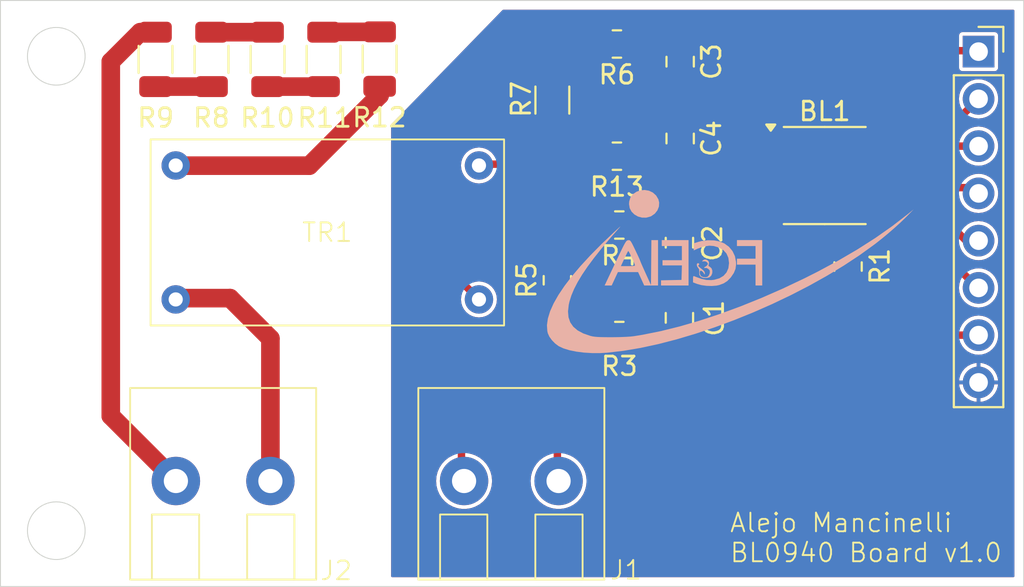
<source format=kicad_pcb>
(kicad_pcb (version 20240108) (generator "pcbnew") (generator_version "8.0")
  (layers (0 "F.Cu" signal) (31 "B.Cu" signal) (34 "B.Paste" user) (35 "F.Paste" user) (36 "B.SilkS" user "B.Silkscreen") (37 "F.SilkS" user "F.Silkscreen") (38 "B.Mask" user) (39 "F.Mask" user) (44 "Edge.Cuts" user))
  (net 0 "")
  (net 1 "/SS")
  (net 2 "/VP")
  (net 3 "/IN1")
  (net 4 "/VN")
  (net 6 "/IP1")
  (net 8 "+3.3V")
  (net 9 "/SDI{slash}MOSI")
  (net 10 "/ZX")
  (net 11 "/SCLK")
  (net 12 "/CF")
  (net 13 "GND")
  (net 14 "/SDO{slash}MISO")
  (net 15 "Net-(J1-Pin_2)")
  (net 16 "Net-(J1-Pin_1)")
  (net 17 "LINE")
  (net 18 "NEUT")
  (net 19 "Net-(R11-Pad2)")
  (net 20 "Net-(R10-Pad2)")
  (net 21 "Net-(R6-Pad2)")
  (net 22 "Net-(R13-Pad2)")
  (net 23 "Net-(R10-Pad1)")
  (net 24 "Net-(R8-Pad2)")
  (net 25 "Net-(R12-Pad1)")
  (net 26 "Net-(R3-Pad2)")
  (net 27 "Net-(R4-Pad2)")
  (footprint "Capacitor_SMD:C_0805_2012Metric" (layer "F.Cu") (at 58.295 26.44 -90)
    (property "Reference" "C4" (at 0 -1.68 90) (layer "F.SilkS"))
    (property "Value" "33nF" (hide yes))
    (fp_line (start -0.261252 0.735) (end 0.261252 0.735) (stroke (width 0.12)) (layer "F.SilkS"))
    (fp_line (start -0.261252 -0.735) (end 0.261252 -0.735) (stroke (width 0.12)) (layer "F.SilkS"))
    (pad "1" smd roundrect (at -0.95 0 270) (size 1 1.45) (layers "F.Cu" "F.Paste" "F.Mask") (net 13 "GND"))
    (pad "2" smd roundrect (at 0.95 0 270) (size 1 1.45) (layers "F.Cu" "F.Paste" "F.Mask") (net 4 "/VN"))
  )
  (footprint "Package_SO:TSSOP-14_4.4x5mm_P0.65mm" (layer "F.Cu") (at 66.065 28.43)
    (property "Reference" "BL1" (at 0 -3.45 0) (layer "F.SilkS"))
    (property "Value" "~")
    (fp_line (start 0 -2.61) (end -2.2 -2.61) (stroke (width 0.12)) (layer "F.SilkS"))
    (fp_line (start 0 -2.61) (end 2.2 -2.61) (stroke (width 0.12)) (layer "F.SilkS"))
    (fp_line (start 0 2.61) (end -2.2 2.61) (stroke (width 0.12)) (layer "F.SilkS"))
    (fp_line (start 0 2.61) (end 2.2 2.61) (stroke (width 0.12)) (layer "F.SilkS"))
    (fp_poly (pts (xy -2.9 -2.41) (xy -3.14 -2.74) (xy -2.66 -2.74) (xy -2.9 -2.41)) (stroke (width 0.12)) (fill solid) (layer "F.SilkS"))
    (pad "1" smd roundrect (at -2.8625 -1.95) (size 1.475 0.4) (layers "F.Cu" "F.Paste" "F.Mask") (net 8 "+3.3V"))
    (pad "2" smd roundrect (at -2.8625 -1.3) (size 1.475 0.4) (layers "F.Cu" "F.Paste" "F.Mask"))
    (pad "3" smd roundrect (at -2.8625 -0.65) (size 1.475 0.4) (layers "F.Cu" "F.Paste" "F.Mask") (net 6 "/IP1"))
    (pad "4" smd roundrect (at -2.8625 0) (size 1.475 0.4) (layers "F.Cu" "F.Paste" "F.Mask") (net 3 "/IN1"))
    (pad "5" smd roundrect (at -2.8625 0.65) (size 1.475 0.4) (layers "F.Cu" "F.Paste" "F.Mask") (net 2 "/VP"))
    (pad "6" smd roundrect (at -2.8625 1.3) (size 1.475 0.4) (layers "F.Cu" "F.Paste" "F.Mask") (net 4 "/VN"))
    (pad "7" smd roundrect (at -2.8625 1.95) (size 1.475 0.4) (layers "F.Cu" "F.Paste" "F.Mask") (net 13 "GND"))
    (pad "8" smd roundrect (at 2.8625 1.95) (size 1.475 0.4) (layers "F.Cu" "F.Paste" "F.Mask") (net 10 "/ZX"))
    (pad "9" smd roundrect (at 2.8625 1.3) (size 1.475 0.4) (layers "F.Cu" "F.Paste" "F.Mask") (net 12 "/CF"))
    (pad "10" smd roundrect (at 2.8625 0.65) (size 1.475 0.4) (layers "F.Cu" "F.Paste" "F.Mask") (net 1 "/SS"))
    (pad "11" smd roundrect (at 2.8625 0) (size 1.475 0.4) (layers "F.Cu" "F.Paste" "F.Mask") (net 11 "/SCLK"))
    (pad "12" smd roundrect (at 2.8625 -0.65) (size 1.475 0.4) (layers "F.Cu" "F.Paste" "F.Mask") (net 9 "/SDI{slash}MOSI"))
    (pad "13" smd roundrect (at 2.8625 -1.3) (size 1.475 0.4) (layers "F.Cu" "F.Paste" "F.Mask") (net 14 "/SDO{slash}MISO"))
    (pad "14" smd roundrect (at 2.8625 -1.95) (size 1.475 0.4) (layers "F.Cu" "F.Paste" "F.Mask"))
  )
  (footprint "Resistor_SMD:R_0805_2012Metric" (layer "F.Cu") (at 54.895 21.36 180)
    (property "Reference" "R6" (at 0 -1.65 180) (layer "F.SilkS"))
    (property "Value" "1.0K" (hide yes))
    (fp_line (start -0.227064 0.735) (end 0.227064 0.735) (stroke (width 0.12)) (layer "F.SilkS"))
    (fp_line (start -0.227064 -0.735) (end 0.227064 -0.735) (stroke (width 0.12)) (layer "F.SilkS"))
    (pad "1" smd roundrect (at -0.9125 0 180) (size 1.025 1.4) (layers "F.Cu" "F.Paste" "F.Mask") (roundrect_rratio 0.243902439) (net 2 "/VP"))
    (pad "2" smd roundrect (at 0.9125 0 180) (size 1.025 1.4) (layers "F.Cu" "F.Paste" "F.Mask") (roundrect_rratio 0.243902439) (net 21 "Net-(R6-Pad2)"))
  )
  (footprint "Resistor_SMD:R_1206_3216Metric" (layer "F.Cu") (at 30.094318 22.1875 90)
    (property "Reference" "R9" (at -3.1425 0.01 0) (layer "F.SilkS"))
    (property "Value" "20K" (hide yes))
    (fp_line (start -0.727064 -0.91) (end 0.727064 -0.91) (stroke (width 0.12)) (layer "F.SilkS"))
    (fp_line (start -0.727064 0.91) (end 0.727064 0.91) (stroke (width 0.12)) (layer "F.SilkS"))
    (pad "1" smd roundrect (at -1.4625 0 90) (size 1.125 1.75) (layers "F.Cu" "F.Paste" "F.Mask") (roundrect_rratio 0.2222222222) (net 24 "Net-(R8-Pad2)"))
    (pad "2" smd roundrect (at 1.4625 0 90) (size 1.125 1.75) (layers "F.Cu" "F.Paste" "F.Mask") (roundrect_rratio 0.2222222222) (net 18 "NEUT"))
  )
  (footprint "Resistor_SMD:R_1206_3216Metric" (layer "F.Cu") (at 42.139999 22.17 90)
    (property "Reference" "R12" (at -3.1425 -0.01 0) (layer "F.SilkS"))
    (property "Value" "20K" (hide yes))
    (fp_line (start -0.727064 -0.91) (end 0.727064 -0.91) (stroke (width 0.12)) (layer "F.SilkS"))
    (fp_line (start -0.727064 0.91) (end 0.727064 0.91) (stroke (width 0.12)) (layer "F.SilkS"))
    (pad "1" smd roundrect (at -1.4625 0 90) (size 1.125 1.75) (layers "F.Cu" "F.Paste" "F.Mask") (roundrect_rratio 0.2222222222) (net 25 "Net-(R12-Pad1)"))
    (pad "2" smd roundrect (at 1.4625 0 90) (size 1.125 1.75) (layers "F.Cu" "F.Paste" "F.Mask") (roundrect_rratio 0.2222222222) (net 19 "Net-(R11-Pad2)"))
  )
  (footprint "Resistor_SMD:R_1206_3216Metric" (layer "F.Cu") (at 33.105738 22.1875 -90)
    (property "Reference" "R8" (at 3.1425 0.0075 180) (layer "F.SilkS"))
    (property "Value" "20K" (hide yes))
    (fp_line (start -0.727064 0.91) (end 0.727064 0.91) (stroke (width 0.12)) (layer "F.SilkS"))
    (fp_line (start -0.727064 -0.91) (end 0.727064 -0.91) (stroke (width 0.12)) (layer "F.SilkS"))
    (pad "1" smd roundrect (at -1.4625 0 270) (size 1.125 1.75) (layers "F.Cu" "F.Paste" "F.Mask") (roundrect_rratio 0.2222222222) (net 23 "Net-(R10-Pad1)"))
    (pad "2" smd roundrect (at 1.4625 0 270) (size 1.125 1.75) (layers "F.Cu" "F.Paste" "F.Mask") (roundrect_rratio 0.2222222222) (net 24 "Net-(R8-Pad2)"))
  )
  (footprint "1_Custom_Library:1x2P_5.00_Screw_Terminal_Block" (layer "F.Cu") (at 48.43 45 90)
    (property "Reference" "J1" (at -4.64 6.96 0) (layer "F.SilkS") (effects (font (thickness 0.1))))
    (property "Value" "~")
    (fp_rect (start -5.15 -4.21) (end 5.15 5.79) (stroke (width 0.1)) (fill none) (layer "F.SilkS"))
    (fp_rect (start -5.15 -3.04) (end -1.65 -0.5) (stroke (width 0.1)) (fill none) (layer "F.SilkS"))
    (fp_rect (start -5.15 2.08) (end -1.65 4.62) (stroke (width 0.1)) (fill none) (layer "F.SilkS"))
    (pad "1" thru_hole circle (at 0.15 -1.75 90) (size 2.6 2.6) (drill 1.3) (layers "*.Cu" "*.Mask") (net 16 "Net-(J1-Pin_1)"))
    (pad "2" thru_hole circle (at 0.15 3.33 90) (size 2.6 2.6) (drill 1.3) (layers "*.Cu" "*.Mask") (net 15 "Net-(J1-Pin_2)"))
  )
  (footprint "Resistor_SMD:R_1206_3216Metric" (layer "F.Cu") (at 51.425 24.375 -90)
    (property "Reference" "R7" (at -0.045 1.675 90) (layer "F.SilkS"))
    (property "Value" "24.9" (hide yes))
    (fp_line (start -0.727064 0.91) (end 0.727064 0.91) (stroke (width 0.12)) (layer "F.SilkS"))
    (fp_line (start -0.727064 -0.91) (end 0.727064 -0.91) (stroke (width 0.12)) (layer "F.SilkS"))
    (pad "1" smd roundrect (at -1.4625 0 270) (size 1.125 1.75) (layers "F.Cu" "F.Paste" "F.Mask") (roundrect_rratio 0.2222222222) (net 21 "Net-(R6-Pad2)"))
    (pad "2" smd roundrect (at 1.4625 0 270) (size 1.125 1.75) (layers "F.Cu" "F.Paste" "F.Mask") (roundrect_rratio 0.2222222222) (net 22 "Net-(R13-Pad2)"))
  )
  (footprint "Capacitor_SMD:C_0805_2012Metric" (layer "F.Cu") (at 58.255 36.08 90)
    (property "Reference" "C1" (at -0.02 1.865 -90) (layer "F.SilkS"))
    (property "Value" "33nF" (hide yes))
    (fp_line (start -0.261252 -0.735) (end 0.261252 -0.735) (stroke (width 0.12)) (layer "F.SilkS"))
    (fp_line (start -0.261252 0.735) (end 0.261252 0.735) (stroke (width 0.12)) (layer "F.SilkS"))
    (pad "1" smd roundrect (at -0.95 0 90) (size 1 1.45) (layers "F.Cu" "F.Paste" "F.Mask") (net 6 "/IP1"))
    (pad "2" smd roundrect (at 0.95 0 90) (size 1 1.45) (layers "F.Cu" "F.Paste" "F.Mask") (net 13 "GND"))
  )
  (footprint "Resistor_SMD:R_0805_2012Metric" (layer "F.Cu") (at 67.32 33.3225 90)
    (property "Reference" "R1" (at 0.0125 1.71 -90) (layer "F.SilkS"))
    (property "Value" "10K")
    (fp_line (start -0.227064 -0.735) (end 0.227064 -0.735) (stroke (width 0.12)) (layer "F.SilkS"))
    (fp_line (start -0.227064 0.735) (end 0.227064 0.735) (stroke (width 0.12)) (layer "F.SilkS"))
    (pad "1" smd roundrect (at -0.9125 0 90) (size 1.025 1.4) (layers "F.Cu" "F.Paste" "F.Mask") (roundrect_rratio 0.243902439) (net 8 "+3.3V"))
    (pad "2" smd roundrect (at 0.9125 0 90) (size 1.025 1.4) (layers "F.Cu" "F.Paste" "F.Mask") (roundrect_rratio 0.243902439) (net 14 "/SDO{slash}MISO"))
  )
  (footprint "Resistor_SMD:R_0805_2012Metric" (layer "F.Cu") (at 55.025 37.03 180)
    (property "Reference" "R3" (at 0 -1.65 180) (layer "F.SilkS"))
    (property "Value" "1.0K" (hide yes))
    (fp_line (start -0.227064 0.735) (end 0.227064 0.735) (stroke (width 0.12)) (layer "F.SilkS"))
    (fp_line (start -0.227064 -0.735) (end 0.227064 -0.735) (stroke (width 0.12)) (layer "F.SilkS"))
    (pad "1" smd roundrect (at -0.9125 0 180) (size 1.025 1.4) (layers "F.Cu" "F.Paste" "F.Mask") (roundrect_rratio 0.243902439) (net 6 "/IP1"))
    (pad "2" smd roundrect (at 0.9125 0 180) (size 1.025 1.4) (layers "F.Cu" "F.Paste" "F.Mask") (roundrect_rratio 0.243902439) (net 26 "Net-(R3-Pad2)"))
  )
  (footprint "Resistor_SMD:R_0805_2012Metric" (layer "F.Cu") (at 51.695 34.06 90)
    (property "Reference" "R5" (at 0 -1.65 -90) (layer "F.SilkS"))
    (property "Value" "3.3" (hide yes))
    (fp_line (start -0.227064 -0.735) (end 0.227064 -0.735) (stroke (width 0.12)) (layer "F.SilkS"))
    (fp_line (start -0.227064 0.735) (end 0.227064 0.735) (stroke (width 0.12)) (layer "F.SilkS"))
    (pad "1" smd roundrect (at -0.9125 0 90) (size 1.025 1.4) (layers "F.Cu" "F.Paste" "F.Mask") (roundrect_rratio 0.243902439) (net 26 "Net-(R3-Pad2)"))
    (pad "2" smd roundrect (at 0.9125 0 90) (size 1.025 1.4) (layers "F.Cu" "F.Paste" "F.Mask") (roundrect_rratio 0.243902439) (net 27 "Net-(R4-Pad2)"))
  )
  (footprint "Resistor_SMD:R_1206_3216Metric" (layer "F.Cu") (at 36.117158 22.1875 -90)
    (property "Reference" "R10" (at 3.1425 0.005 180) (layer "F.SilkS"))
    (property "Value" "20K" (hide yes))
    (fp_line (start -0.727064 0.91) (end 0.727064 0.91) (stroke (width 0.12)) (layer "F.SilkS"))
    (fp_line (start -0.727064 -0.91) (end 0.727064 -0.91) (stroke (width 0.12)) (layer "F.SilkS"))
    (pad "1" smd roundrect (at -1.4625 0 270) (size 1.125 1.75) (layers "F.Cu" "F.Paste" "F.Mask") (roundrect_rratio 0.2222222222) (net 23 "Net-(R10-Pad1)"))
    (pad "2" smd roundrect (at 1.4625 0 270) (size 1.125 1.75) (layers "F.Cu" "F.Paste" "F.Mask") (roundrect_rratio 0.2222222222) (net 20 "Net-(R10-Pad2)"))
  )
  (footprint "Resistor_SMD:R_0805_2012Metric" (layer "F.Cu") (at 55.025 31.09 180)
    (property "Reference" "R4" (at 0 -1.65 180) (layer "F.SilkS"))
    (property "Value" "1.0K" (hide yes))
    (fp_line (start -0.227064 0.735) (end 0.227064 0.735) (stroke (width 0.12)) (layer "F.SilkS"))
    (fp_line (start -0.227064 -0.735) (end 0.227064 -0.735) (stroke (width 0.12)) (layer "F.SilkS"))
    (pad "1" smd roundrect (at -0.9125 0 180) (size 1.025 1.4) (layers "F.Cu" "F.Paste" "F.Mask") (roundrect_rratio 0.243902439) (net 3 "/IN1"))
    (pad "2" smd roundrect (at 0.9125 0 180) (size 1.025 1.4) (layers "F.Cu" "F.Paste" "F.Mask") (roundrect_rratio 0.243902439) (net 27 "Net-(R4-Pad2)"))
  )
  (footprint "1_Custom_Library:1x2P_5.00_Screw_Terminal_Block" (layer "F.Cu") (at 32.94 45 90)
    (property "Reference" "J2" (at -4.67 6.87 0) (layer "F.SilkS") (effects (font (thickness 0.1))))
    (property "Value" "~")
    (fp_rect (start -5.15 -4.21) (end 5.15 5.79) (stroke (width 0.1)) (fill none) (layer "F.SilkS"))
    (fp_rect (start -5.15 -3.04) (end -1.65 -0.5) (stroke (width 0.1)) (fill none) (layer "F.SilkS"))
    (fp_rect (start -5.15 2.08) (end -1.65 4.62) (stroke (width 0.1)) (fill none) (layer "F.SilkS"))
    (pad "1" thru_hole circle (at 0.15 -1.75 90) (size 2.6 2.6) (drill 1.3) (layers "*.Cu" "*.Mask") (net 18 "NEUT"))
    (pad "2" thru_hole circle (at 0.15 3.33 90) (size 2.6 2.6) (drill 1.3) (layers "*.Cu" "*.Mask") (net 17 "LINE"))
  )
  (footprint "Capacitor_SMD:C_0805_2012Metric" (layer "F.Cu") (at 58.295 22.31 -90)
    (property "Reference" "C3" (at 0 -1.68 90) (layer "F.SilkS"))
    (property "Value" "33nF" (hide yes))
    (fp_line (start -0.261252 0.735) (end 0.261252 0.735) (stroke (width 0.12)) (layer "F.SilkS"))
    (fp_line (start -0.261252 -0.735) (end 0.261252 -0.735) (stroke (width 0.12)) (layer "F.SilkS"))
    (pad "1" smd roundrect (at -0.95 0 270) (size 1 1.45) (layers "F.Cu" "F.Paste" "F.Mask") (net 2 "/VP"))
    (pad "2" smd roundrect (at 0.95 0 270) (size 1 1.45) (layers "F.Cu" "F.Paste" "F.Mask") (net 13 "GND"))
  )
  (footprint "1_Custom_Library:ZMPT107-1" (layer "F.Cu") (at 39.33 31.79)
    (property "Reference" "TR1" (at 0 -0.3 0) (layer "F.SilkS") (effects (font (thickness 0.1))))
    (property "Value" "ZMPT107-1" (hide yes))
    (fp_rect (start -9.5 -5.3) (end 9.5 4.7) (stroke (width 0.1)) (fill none) (layer "F.SilkS"))
    (pad "1" thru_hole circle (at -8.15 3.3) (size 1.524 1.524) (drill 0.762) (layers "*.Cu" "*.Mask") (net 17 "LINE"))
    (pad "2" thru_hole circle (at -8.15 -3.9) (size 1.524 1.524) (drill 0.762) (layers "*.Cu" "*.Mask") (net 25 "Net-(R12-Pad1)"))
    (pad "3" thru_hole circle (at 8.15 3.3) (size 1.524 1.524) (drill 0.762) (layers "*.Cu" "*.Mask") (net 21 "Net-(R6-Pad2)"))
    (pad "4" thru_hole circle (at 8.15 -3.9) (size 1.524 1.524) (drill 0.762) (layers "*.Cu" "*.Mask") (net 22 "Net-(R13-Pad2)"))
  )
  (footprint "Resistor_SMD:R_0805_2012Metric" (layer "F.Cu") (at 54.895 27.39 180)
    (property "Reference" "R13" (at 0 -1.65 180) (layer "F.SilkS"))
    (property "Value" "1.0K" (hide yes))
    (fp_line (start -0.227064 0.735) (end 0.227064 0.735) (stroke (width 0.12)) (layer "F.SilkS"))
    (fp_line (start -0.227064 -0.735) (end 0.227064 -0.735) (stroke (width 0.12)) (layer "F.SilkS"))
    (pad "1" smd roundrect (at -0.9125 0 180) (size 1.025 1.4) (layers "F.Cu" "F.Paste" "F.Mask") (roundrect_rratio 0.243902439) (net 4 "/VN"))
    (pad "2" smd roundrect (at 0.9125 0 180) (size 1.025 1.4) (layers "F.Cu" "F.Paste" "F.Mask") (roundrect_rratio 0.243902439) (net 22 "Net-(R13-Pad2)"))
  )
  (footprint "Resistor_SMD:R_1206_3216Metric" (layer "F.Cu") (at 39.128578 22.1875 90)
    (property "Reference" "R11" (at -3.1425 0.0575 0) (layer "F.SilkS"))
    (property "Value" "20K" (hide yes))
    (fp_line (start -0.727064 -0.91) (end 0.727064 -0.91) (stroke (width 0.12)) (layer "F.SilkS"))
    (fp_line (start -0.727064 0.91) (end 0.727064 0.91) (stroke (width 0.12)) (layer "F.SilkS"))
    (pad "1" smd roundrect (at -1.4625 0 90) (size 1.125 1.75) (layers "F.Cu" "F.Paste" "F.Mask") (roundrect_rratio 0.2222222222) (net 20 "Net-(R10-Pad2)"))
    (pad "2" smd roundrect (at 1.4625 0 90) (size 1.125 1.75) (layers "F.Cu" "F.Paste" "F.Mask") (roundrect_rratio 0.2222222222) (net 19 "Net-(R11-Pad2)"))
  )
  (footprint "Connector_PinSocket_2.54mm:PinSocket_1x08_P2.54mm_Vertical" (layer "F.Cu") (at 74.335 21.77)
    (property "Reference" "J3" (hide yes))
    (property "Value" "~")
    (fp_line (start -1.33 1.27) (end -1.33 19.11) (stroke (width 0.12)) (layer "F.SilkS"))
    (fp_line (start -1.33 1.27) (end 1.33 1.27) (stroke (width 0.12)) (layer "F.SilkS"))
    (fp_line (start -1.33 19.11) (end 1.33 19.11) (stroke (width 0.12)) (layer "F.SilkS"))
    (fp_line (start 0 -1.33) (end 1.33 -1.33) (stroke (width 0.12)) (layer "F.SilkS"))
    (fp_line (start 1.33 -1.33) (end 1.33 0) (stroke (width 0.12)) (layer "F.SilkS"))
    (fp_line (start 1.33 1.27) (end 1.33 19.11) (stroke (width 0.12)) (layer "F.SilkS"))
    (pad "1" thru_hole rect (at 0 0) (size 1.7 1.7) (drill 1) (layers "*.Cu" "*.Mask") (net 14 "/SDO{slash}MISO"))
    (pad "2" thru_hole oval (at 0 2.54) (size 1.7 1.7) (drill 1) (layers "*.Cu" "*.Mask") (net 9 "/SDI{slash}MOSI"))
    (pad "3" thru_hole oval (at 0 5.08) (size 1.7 1.7) (drill 1) (layers "*.Cu" "*.Mask") (net 11 "/SCLK"))
    (pad "4" thru_hole oval (at 0 7.62) (size 1.7 1.7) (drill 1) (layers "*.Cu" "*.Mask") (net 1 "/SS"))
    (pad "5" thru_hole oval (at 0 10.16) (size 1.7 1.7) (drill 1) (layers "*.Cu" "*.Mask") (net 12 "/CF"))
    (pad "6" thru_hole oval (at 0 12.7) (size 1.7 1.7) (drill 1) (layers "*.Cu" "*.Mask") (net 10 "/ZX"))
    (pad "7" thru_hole oval (at 0 15.24) (size 1.7 1.7) (drill 1) (layers "*.Cu" "*.Mask") (net 8 "+3.3V"))
    (pad "8" thru_hole oval (at 0 17.78) (size 1.7 1.7) (drill 1) (layers "*.Cu" "*.Mask") (net 13 "GND"))
  )
  (footprint "Capacitor_SMD:C_0805_2012Metric" (layer "F.Cu") (at 58.255 32.04 90)
    (property "Reference" "C2" (at -0.03 1.775 -90) (layer "F.SilkS"))
    (property "Value" "33nF" (hide yes))
    (fp_line (start -0.261252 -0.735) (end 0.261252 -0.735) (stroke (width 0.12)) (layer "F.SilkS"))
    (fp_line (start -0.261252 0.735) (end 0.261252 0.735) (stroke (width 0.12)) (layer "F.SilkS"))
    (pad "1" smd roundrect (at -0.95 0 90) (size 1 1.45) (layers "F.Cu" "F.Paste" "F.Mask") (net 13 "GND"))
    (pad "2" smd roundrect (at 0.95 0 90) (size 1 1.45) (layers "F.Cu" "F.Paste" "F.Mask") (net 3 "/IN1"))
  )
  (footprint "Graphics:fceia_logo_chico" (layer "B.Cu") (at 61.106367 33.940311 180)
    (property "Reference" "G***" (hide yes))
    (property "Value" "LOGO" (hide yes))
    (fp_poly (pts (xy -0.24 1.88) (xy -0.24 1.72) (xy -0.74 1.72) (xy -1.24 1.72) (xy -1.24 1.38) (xy -1.24 1.04) (xy -0.74 1.04) (xy -0.24 1.04) (xy -0.24 0.88) (xy -0.24 0.72) (xy -0.74 0.72) (xy -1.24 0.72) (xy -1.24 0.16) (xy -1.24 -0.4) (xy -1.42 -0.4) (xy -1.6 -0.4) (xy -1.6 0.82) (xy -1.6 2.04) (xy -0.92 2.04) (xy -0.24 2.04)) (fill solid) (layer "B.SilkS"))
    (fp_poly (pts (xy 4.967211 4.709322) (xy 5.16 4.638119) (xy 5.357301 4.503717) (xy 5.486457 4.330318) (xy 5.550898 4.1122) (xy 5.56 3.970911) (xy 5.52366 3.754891) (xy 5.423226 3.567628) (xy 5.271573 3.41607) (xy 5.081576 3.307167) (xy 4.86611 3.247866) (xy 4.638051 3.245116) (xy 4.410273 3.305866) (xy 4.365671 3.326354) (xy 4.172941 3.460397) (xy 4.033165 3.637301) (xy 3.95296 3.841466) (xy 3.938943 4.057295) (xy 3.981493 4.232069) (xy 4.104073 4.438648) (xy 4.278086 4.594539) (xy 4.48938 4.694865) (xy 4.723806 4.734751)) (fill solid) (layer "B.SilkS"))
    (fp_poly (pts (xy 3.8 1.88) (xy 3.8 1.72) (xy 3.26 1.72) (xy 2.72 1.72) (xy 2.72 1.34) (xy 2.72 0.96) (xy 3.24 0.96) (xy 3.76 0.96) (xy 3.76 0.82) (xy 3.76 0.68) (xy 3.238551 0.68) (xy 2.717103 0.68) (xy 2.728551 0.29) (xy 2.74 -0.1) (xy 3.29 -0.111128) (xy 3.84 -0.122257) (xy 3.84 -0.261128) (xy 3.84 -0.4) (xy 3.1 -0.4) (xy 2.36 -0.4) (xy 2.36 0.82) (xy 2.36 2.04) (xy 3.08 2.04) (xy 3.8 2.04)) (fill solid) (layer "B.SilkS"))
    (fp_poly (pts (xy 1.660863 1.988664) (xy 1.85 1.939199) (xy 2.08 1.865391) (xy 2.08 1.674909) (xy 2.08 1.484426) (xy 1.865767 1.582505) (xy 1.550239 1.694687) (xy 1.247368 1.738976) (xy 1.008871 1.721683) (xy 0.717289 1.635646) (xy 0.488152 1.50059) (xy 0.322458 1.317631) (xy 0.221203 1.087882) (xy 0.185383 0.812459) (xy 0.185326 0.8) (xy 0.219633 0.528936) (xy 0.31999 0.300458) (xy 0.482551 0.118239) (xy 0.70347 -0.014052) (xy 0.9789 -0.092743) (xy 1.14 -0.111111) (xy 1.39544 -0.102726) (xy 1.672446 -0.043447) (xy 1.986121 0.070193) (xy 2.05 0.097726) (xy 2.092996 0.106561) (xy 2.11373 0.072166) (xy 2.119853 -0.021915) (xy 2.12 -0.052846) (xy 2.12 -0.234252) (xy 1.89 -0.320637) (xy 1.661781 -0.382474) (xy 1.392991 -0.418609) (xy 1.115045 -0.427466) (xy 0.859361 -0.407467) (xy 0.723254 -0.379175) (xy 0.474341 -0.287649) (xy 0.275424 -0.160159) (xy 0.098433 0.021781) (xy 0.080523 0.044107) (xy -0.074122 0.272289) (xy -0.163427 0.492212) (xy -0.195279 0.727829) (xy -0.191378 0.869869) (xy -0.131567 1.176465) (xy -0.002829 1.449124) (xy 0.187844 1.679138) (xy 0.43346 1.857801) (xy 0.688052 1.965191) (xy 0.991217 2.023793) (xy 1.325479 2.031394)) (fill solid) (layer "B.SilkS"))
    (fp_poly (pts (xy 4.369413 0.832177) (xy 4.38 -0.375647) (xy 4.670304 0.262177) (xy 4.764557 0.47075) (xy 4.845997 0.653818) (xy 4.853044 0.67) (xy 5.239933 0.67) (xy 5.277057 0.657089) (xy 5.376763 0.646964) (xy 5.521648 0.641005) (xy 5.618689 0.64) (xy 5.997379 0.64) (xy 5.816489 1.03) (xy 5.739552 1.192731) (xy 5.672688 1.328376) (xy 5.624211 1.420409) (xy 5.604667 1.451133) (xy 5.580491 1.427386) (xy 5.533844 1.347282) (xy 5.472912 1.228356) (xy 5.405884 1.088141) (xy 5.340946 0.944173) (xy 5.286286 0.813987) (xy 5.250092 0.715117) (xy 5.239933 0.67) (xy 4.853044 0.67) (xy 4.909268 0.799109) (xy 4.949015 0.894347) (xy 4.960304 0.926731) (xy 4.976646 0.970323) (xy 5.021876 1.072698) (xy 5.089969 1.220662) (xy 5.174897 1.401019) (xy 5.22175 1.499135) (xy 5.322474 1.707925) (xy 5.396382 1.854944) (xy 5.451009 1.950667) (xy 5.49389 2.005573) (xy 5.532561 2.030138) (xy 5.574557 2.03484) (xy 5.605279 2.032404) (xy 5.639402 2.026641) (xy 5.671515 2.011922) (xy 5.705762 1.980953) (xy 5.746286 1.926435) (xy 5.797233 1.841072) (xy 5.862745 1.717569) (xy 5.946966 1.548626) (xy 6.054041 1.326949) (xy 6.188112 1.04524) (xy 6.299497 0.81) (xy 6.871935 -0.4) (xy 6.681769 -0.4) (xy 6.491602 -0.4) (xy 6.324339 -0.04) (xy 6.157076 0.32) (xy 5.61536 0.32) (xy 5.073643 0.32) (xy 4.909209 -0.04) (xy 4.744774 -0.4) (xy 4.372387 -0.4) (xy 4 -0.4) (xy 4 0.82) (xy 4 2.04) (xy 4.179413 2.04) (xy 4.358826 2.04)) (fill solid) (layer "B.SilkS"))
    (fp_poly (pts (xy 1.581615 0.958477) (xy 1.602087 0.937485) (xy 1.629753 0.894857) (xy 1.598575 0.890042) (xy 1.552735 0.900378) (xy 1.454741 0.895373) (xy 1.366906 0.846858) (xy 1.321262 0.774155) (xy 1.32 0.76) (xy 1.348705 0.70214) (xy 1.411706 0.637804) (xy 1.474332 0.601056) (xy 1.482857 0.6) (xy 1.518592 0.569173) (xy 1.52 0.55764) (xy 1.495984 0.532729) (xy 1.483356 0.537926) (xy 1.407319 0.544271) (xy 1.316266 0.503676) (xy 1.241717 0.434268) (xy 1.217715 0.385141) (xy 1.220494 0.266121) (xy 1.269552 0.144222) (xy 1.335988 0.070613) (xy 1.436904 0.041399) (xy 1.561956 0.050138) (xy 1.668679 0.091783) (xy 1.6938 0.11315) (xy 1.740106 0.194825) (xy 1.758634 0.28879) (xy 1.748157 0.366643) (xy 1.707447 0.399983) (xy 1.706199 0.4) (xy 1.6347 0.367848) (xy 1.558889 0.289777) (xy 1.508377 0.2) (xy 1.491984 0.187988) (xy 1.483268 0.245774) (xy 1.483157 0.249225) (xy 1.496387 0.324754) (xy 1.550067 0.399347) (xy 1.658061 0.491218) (xy 1.679901 0.50769) (xy 1.78786 0.593423) (xy 1.835899 0.647779) (xy 1.832143 0.681455) (xy 1.81906 0.690924) (xy 1.77971 0.740566) (xy 1.805337 0.785911) (xy 1.86236 0.8) (xy 1.908465 0.769599) (xy 1.917944 0.696926) (xy 1.892774 0.609783) (xy 1.844135 0.543743) (xy 1.792735 0.470516) (xy 1.784043 0.366007) (xy 1.788779 0.322188) (xy 1.779967 0.169209) (xy 1.7077 0.064172) (xy 1.57414 0.009252) (xy 1.47 0.001217) (xy 1.345929 0.011339) (xy 1.247458 0.035018) (xy 1.229999 0.043205) (xy 1.134846 0.13672) (xy 1.085206 0.263914) (xy 1.081577 0.400495) (xy 1.124458 0.522171) (xy 1.21435 0.60465) (xy 1.218416 0.606557) (xy 1.284302 0.649137) (xy 1.285976 0.707031) (xy 1.27052 0.744831) (xy 1.25929 0.845294) (xy 1.306378 0.929437) (xy 1.390191 0.984713) (xy 1.489134 0.998575)) (fill solid) (layer "B.SilkS"))
    (fp_poly (pts (xy -9.42 3.433819) (xy -8.579829 2.785002) (xy -7.678712 2.153512) (xy -6.712554 1.536806) (xy -5.677262 0.932343) (xy -4.568741 0.337579) (xy -3.86 -0.019012) (xy -2.705583 -0.565903) (xy -1.558146 -1.068981) (xy -0.423883 -1.526146) (xy 0.691015 -1.935296) (xy 1.780353 -2.294332) (xy 2.837941 -2.601153) (xy 3.857585 -2.853659) (xy 4.833092 -3.049751) (xy 5.3 -3.125634) (xy 5.476925 -3.144898) (xy 5.717379 -3.16061) (xy 6.004941 -3.172042) (xy 6.323191 -3.178469) (xy 6.52 -3.179618) (xy 6.826691 -3.178575) (xy 7.066711 -3.174576) (xy 7.253361 -3.166773) (xy 7.399941 -3.154321) (xy 7.519753 -3.136371) (xy 7.626096 -3.112078) (xy 7.64 -3.108307) (xy 8.01735 -2.978247) (xy 8.322189 -2.815097) (xy 8.555686 -2.616932) (xy 8.719007 -2.381827) (xy 8.813322 -2.107857) (xy 8.839799 -1.793098) (xy 8.799606 -1.435625) (xy 8.76057 -1.262231) (xy 8.65832 -0.935298) (xy 8.512634 -0.588312) (xy 8.320988 -0.2175) (xy 8.080857 0.180913) (xy 7.789718 0.610701) (xy 7.445047 1.075639) (xy 7.04432 1.579502) (xy 6.585013 2.126064) (xy 6.200194 2.566703) (xy 6.102142 2.677718) (xy 6.042502 2.747194) (xy 6.024842 2.772872) (xy 6.052727 2.752494) (xy 6.129724 2.683804) (xy 6.2594 2.564543) (xy 6.380194 2.452756) (xy 7.042272 1.822596) (xy 7.638529 1.219412) (xy 8.168413 0.644048) (xy 8.631371 0.097351) (xy 9.026851 -0.419834) (xy 9.354299 -0.906661) (xy 9.613164 -1.362284) (xy 9.802893 -1.785859) (xy 9.922934 -2.176538) (xy 9.972734 -2.533477) (xy 9.951741 -2.855829) (xy 9.924209 -2.972114) (xy 9.841605 -3.153034) (xy 9.704727 -3.342897) (xy 9.532815 -3.519094) (xy 9.345112 -3.659018) (xy 9.333937 -3.665667) (xy 9.080807 -3.782986) (xy 8.7627 -3.880217) (xy 8.392503 -3.955635) (xy 7.983101 -4.007514) (xy 7.547382 -4.034129) (xy 7.098233 -4.033754) (xy 6.74 -4.013038) (xy 5.865574 -3.912719) (xy 4.944499 -3.757237) (xy 3.984784 -3.549847) (xy 2.994438 -3.293802) (xy 1.981473 -2.992355) (xy 0.953898 -2.648758) (xy -0.080278 -2.266266) (xy -1.113043 -1.848131) (xy -2.136389 -1.397606) (xy -3.142305 -0.917945) (xy -4.122781 -0.4124) (xy -5.069806 0.115774) (xy -5.975372 0.663326) (xy -6.831468 1.227002) (xy -7.630085 1.803548) (xy -7.685311 1.84559) (xy -8.024946 2.113087) (xy -8.375739 2.403773) (xy -8.719545 2.701817) (xy -9.038218 2.991393) (xy -9.313613 3.25667) (xy -9.38 3.323928) (xy -9.74 3.693558)) (fill solid) (layer "B.SilkS"))
  )
  (gr_circle (center 24.76 22.02) (end 26.31 22.02) (stroke (width 0.05)) (fill none) (layer "Edge.Cuts"))
  (gr_rect (start 21.76 19.02) (end 76.76 50.52) (stroke (width 0.05)) (fill none) (layer "Edge.Cuts"))
  (gr_circle (center 24.76 47.52) (end 26.31 47.52) (stroke (width 0.05)) (fill none) (layer "Edge.Cuts"))
  (gr_text "Alejo Mancinelli\nBL0940 Board v1.0" (at 60.91 49.29 0) (layer "F.SilkS") (effects (font (size 1 1) (thickness 0.1)) (justify left bottom)))
  (segment (start 74.025 29.08) (end 74.335 29.39) (width 0.4) (layer "F.Cu") (net 1))
  (segment (start 68.9275 29.08) (end 74.025 29.08) (width 0.4) (layer "F.Cu") (net 1))
  (segment (start 58.295 21.36) (end 59.64 21.36) (width 0.4) (layer "F.Cu") (net 2))
  (segment (start 59.64 21.36) (end 60.883528 22.603528) (width 0.4) (layer "F.Cu") (net 2))
  (segment (start 60.883528 27.558406) (end 62.405122 29.08) (width 0.4) (layer "F.Cu") (net 2))
  (segment (start 55.8075 21.36) (end 58.295 21.36) (width 0.4) (layer "F.Cu") (net 2))
  (segment (start 60.883528 22.603528) (end 60.883528 27.558406) (width 0.4) (layer "F.Cu") (net 2))
  (segment (start 62.405122 29.08) (end 63.2025 29.08) (width 0.4) (layer "F.Cu") (net 2))
  (segment (start 58.255 31.09) (end 59.33 31.09) (width 0.4) (layer "F.Cu") (net 3))
  (segment (start 60.69 32.45) (end 64.34 32.45) (width 0.4) (layer "F.Cu") (net 3))
  (segment (start 64.34 32.45) (end 64.34 28.770122) (width 0.4) (layer "F.Cu") (net 3))
  (segment (start 55.9375 31.09) (end 58.255 31.09) (width 0.4) (layer "F.Cu") (net 3))
  (segment (start 59.33 31.09) (end 60.69 32.45) (width 0.4) (layer "F.Cu") (net 3))
  (segment (start 64.34 28.770122) (end 63.999878 28.43) (width 0.4) (layer "F.Cu") (net 3))
  (segment (start 63.999878 28.43) (end 63.2025 28.43) (width 0.4) (layer "F.Cu") (net 3))
  (segment (start 61.88 29.73) (end 63.2025 29.73) (width 0.4) (layer "F.Cu") (net 4))
  (segment (start 55.8075 27.39) (end 58.295 27.39) (width 0.4) (layer "F.Cu") (net 4))
  (segment (start 59.54 27.39) (end 61.88 29.73) (width 0.4) (layer "F.Cu") (net 4))
  (segment (start 58.295 27.39) (end 59.54 27.39) (width 0.4) (layer "F.Cu") (net 4))
  (segment (start 65.32 33.035) (end 65.32 28.09) (width 0.4) (layer "F.Cu") (net 6))
  (segment (start 61.325 37.03) (end 65.32 33.035) (width 0.4) (layer "F.Cu") (net 6))
  (segment (start 55.9375 37.03) (end 58.255 37.03) (width 0.4) (layer "F.Cu") (net 6))
  (segment (start 65.01 27.78) (end 63.2025 27.78) (width 0.4) (layer "F.Cu") (net 6))
  (segment (start 58.255 37.03) (end 61.325 37.03) (width 0.4) (layer "F.Cu") (net 6))
  (segment (start 65.32 28.09) (end 65.01 27.78) (width 0.4) (layer "F.Cu") (net 6))
  (segment (start 67.32 34.235) (end 67.37 34.235) (width 0.4) (layer "F.Cu") (net 8))
  (segment (start 66.0825 27.2925) (end 65.27 26.48) (width 0.4) (layer "F.Cu") (net 8))
  (segment (start 67.32 34.235) (end 66.0825 32.9975) (width 0.4) (layer "F.Cu") (net 8))
  (segment (start 66.0825 27.44) (end 66.0825 27.2975) (width 0.4) (layer "F.Cu") (net 8))
  (segment (start 74.335 37.01) (end 70.145 37.01) (width 0.4) (layer "F.Cu") (net 8))
  (segment (start 67.37 34.235) (end 70.145 37.01) (width 0.4) (layer "F.Cu") (net 8))
  (segment (start 66.0825 32.9975) (end 66.0825 27.2975) (width 0.4) (layer "F.Cu") (net 8))
  (segment (start 65.27 26.48) (end 63.2025 26.48) (width 0.4) (layer "F.Cu") (net 8))
  (segment (start 66.0825 27.2975) (end 66.0825 27.2925) (width 0.4) (layer "F.Cu") (net 8))
  (segment (start 70.865 27.78) (end 74.335 24.31) (width 0.4) (layer "F.Cu") (net 9))
  (segment (start 68.9275 27.78) (end 70.865 27.78) (width 0.4) (layer "F.Cu") (net 9))
  (segment (start 74.29 34.47) (end 74.335 34.47) (width 0.4) (layer "F.Cu") (net 10))
  (segment (start 68.9275 30.38) (end 70.2 30.38) (width 0.4) (layer "F.Cu") (net 10))
  (segment (start 70.2 30.38) (end 74.29 34.47) (width 0.4) (layer "F.Cu") (net 10))
  (segment (start 72.94 26.85) (end 74.335 26.85) (width 0.4) (layer "F.Cu") (net 11))
  (segment (start 71.36 28.43) (end 72.94 26.85) (width 0.4) (layer "F.Cu") (net 11))
  (segment (start 68.9275 28.43) (end 71.36 28.43) (width 0.4) (layer "F.Cu") (net 11))
  (segment (start 71.46 29.73) (end 73.66 31.93) (width 0.4) (layer "F.Cu") (net 12))
  (segment (start 73.66 31.93) (end 74.335 31.93) (width 0.4) (layer "F.Cu") (net 12))
  (segment (start 68.9275 29.73) (end 71.46 29.73) (width 0.4) (layer "F.Cu") (net 12))
  (segment (start 58.255 32.99) (end 58.255 35.13) (width 0.4) (layer "F.Cu") (net 13))
  (segment (start 58.295 25.49) (end 58.295 23.26) (width 0.4) (layer "F.Cu") (net 13))
  (segment (start 71.325 21.72) (end 74.285 21.72) (width 0.4) (layer "F.Cu") (net 14))
  (segment (start 71.325 26.385) (end 71.325 21.72) (width 0.4) (layer "F.Cu") (net 14))
  (segment (start 67.34 27.13) (end 68.9275 27.13) (width 0.4) (layer "F.Cu") (net 14))
  (segment (start 70.58 27.13) (end 71.325 26.385) (width 0.4) (layer "F.Cu") (net 14))
  (segment (start 67.32 27.15) (end 67.34 27.13) (width 0.4) (layer "F.Cu") (net 14))
  (segment (start 74.285 21.72) (end 74.335 21.77) (width 0.4) (layer "F.Cu") (net 14))
  (segment (start 68.9275 27.13) (end 70.58 27.13) (width 0.4) (layer "F.Cu") (net 14))
  (segment (start 67.32 32.41) (end 67.32 27.15) (width 0.4) (layer "F.Cu") (net 14))
  (segment (start 54.1125 36.0725) (end 53.0125 34.9725) (width 0.4) (layer "F.Cu") (net 15))
  (segment (start 53.0125 34.9725) (end 51.695 34.9725) (width 0.4) (layer "F.Cu") (net 15))
  (segment (start 51.695 34.9725) (end 51.695 44.765) (width 0.4) (layer "F.Cu") (net 15))
  (segment (start 51.76 44.9) (end 51.62 45.04) (width 0.4) (layer "F.Cu") (net 15))
  (segment (start 51.76 44.83) (end 51.76 44.9) (width 0.4) (layer "F.Cu") (net 15))
  (segment (start 54.1125 37.03) (end 54.1125 36.0725) (width 0.4) (layer "F.Cu") (net 15))
  (segment (start 51.695 44.765) (end 51.76 44.83) (width 0.4) (layer "F.Cu") (net 15))
  (segment (start 54.1125 31.9875) (end 52.9525 33.1475) (width 0.4) (layer "F.Cu") (net 16))
  (segment (start 50.4825 33.1475) (end 51.695 33.1475) (width 0.4) (layer "F.Cu") (net 16))
  (segment (start 49.63 34) (end 50.4825 33.1475) (width 0.4) (layer "F.Cu") (net 16))
  (segment (start 46.68 44.83) (end 46.54 44.69) (width 0.4) (layer "F.Cu") (net 16))
  (segment (start 49.63 37.67) (end 49.63 34) (width 0.4) (layer "F.Cu") (net 16))
  (segment (start 54.1125 31.09) (end 54.1125 31.9875) (width 0.4) (layer "F.Cu") (net 16))
  (segment (start 46.54 40.76) (end 49.63 37.67) (width 0.4) (layer "F.Cu") (net 16))
  (segment (start 52.9525 33.1475) (end 51.695 33.1475) (width 0.4) (layer "F.Cu") (net 16))
  (segment (start 46.54 44.69) (end 46.54 40.76) (width 0.4) (layer "F.Cu") (net 16))
  (segment (start 34.1 35.02) (end 36.27 37.19) (width 1) (layer "F.Cu") (net 17))
  (segment (start 31.18 35.09) (end 31.25 35.02) (width 1) (layer "F.Cu") (net 17))
  (segment (start 36.27 44.85) (end 36.3 44.85) (width 1) (layer "F.Cu") (net 17))
  (segment (start 31.25 35.02) (end 34.1 35.02) (width 1) (layer "F.Cu") (net 17))
  (segment (start 36.3 44.85) (end 36.34 44.81) (width 1) (layer "F.Cu") (net 17))
  (segment (start 36.115 44.695) (end 36.27 44.85) (width 1) (layer "F.Cu") (net 17))
  (segment (start 36.29 44.83) (end 36.27 44.85) (width 1) (layer "F.Cu") (net 17))
  (segment (start 36.27 37.19) (end 36.27 44.85) (width 1) (layer "F.Cu") (net 17))
  (segment (start 27.69 41.35) (end 31.19 44.85) (width 1) (layer "F.Cu") (net 18))
  (segment (start 30.094318 20.725) (end 29.275 20.725) (width 1) (layer "F.Cu") (net 18))
  (segment (start 29.275 20.725) (end 27.69 22.31) (width 1) (layer "F.Cu") (net 18))
  (segment (start 27.69 22.31) (end 27.69 41.35) (width 1) (layer "F.Cu") (net 18))
  (segment (start 31.26 44.78) (end 31.19 44.85) (width 1) (layer "F.Cu") (net 18))
  (segment (start 39.146078 20.7075) (end 39.128578 20.725) (width 1) (layer "F.Cu") (net 19))
  (segment (start 42.139999 20.7075) (end 39.146078 20.7075) (width 1) (layer "F.Cu") (net 19))
  (segment (start 36.117158 23.65) (end 39.128578 23.65) (width 1) (layer "F.Cu") (net 20))
  (segment (start 51.425 22.9125) (end 47.9525 22.9125) (width 0.4) (layer "F.Cu") (net 21))
  (segment (start 45.09 25.775) (end 45.09 32.7) (width 0.4) (layer "F.Cu") (net 21))
  (segment (start 51.425 22.9125) (end 53.3675 22.9125) (width 0.4) (layer "F.Cu") (net 21))
  (segment (start 47.9525 22.9125) (end 45.09 25.775) (width 0.4) (layer "F.Cu") (net 21))
  (segment (start 53.3675 22.9125) (end 53.9825 22.2975) (width 0.4) (layer "F.Cu") (net 21))
  (segment (start 53.9825 22.2975) (end 53.9825 21.36) (width 0.4) (layer "F.Cu") (net 21))
  (segment (start 45.09 32.7) (end 47.48 35.09) (width 0.4) (layer "F.Cu") (net 21))
  (segment (start 47.55 27.82) (end 49.4425 27.82) (width 0.4) (layer "F.Cu") (net 22))
  (segment (start 53.2975 25.8375) (end 51.425 25.8375) (width 0.4) (layer "F.Cu") (net 22))
  (segment (start 47.48 27.89) (end 47.55 27.82) (width 0.4) (layer "F.Cu") (net 22))
  (segment (start 53.9825 27.39) (end 53.9825 26.5225) (width 0.4) (layer "F.Cu") (net 22))
  (segment (start 49.4425 27.82) (end 51.425 25.8375) (width 0.4) (layer "F.Cu") (net 22))
  (segment (start 53.9825 26.5225) (end 53.2975 25.8375) (width 0.4) (layer "F.Cu") (net 22))
  (segment (start 33.105738 20.725) (end 36.117158 20.725) (width 1) (layer "F.Cu") (net 23))
  (segment (start 30.094318 23.65) (end 33.105738 23.65) (width 1) (layer "F.Cu") (net 24))
  (segment (start 42.139999 23.6325) (end 42.139999 24.120001) (width 1) (layer "F.Cu") (net 25))
  (segment (start 31.19 27.9) (end 31.18 27.89) (width 1) (layer "F.Cu") (net 25))
  (segment (start 38.36 27.9) (end 31.19 27.9) (width 1) (layer "F.Cu") (net 25))
  (segment (start 42.139999 24.120001) (end 38.36 27.9) (width 1) (layer "F.Cu") (net 25))
  (segment (start 31.25 27.82) (end 31.18 27.89) (width 1) (layer "F.Cu") (net 25))
  (zone (net 13) (net_name "GND") (layers "F&B.Cu") (connect_pads (clearance 0.2)) (min_thickness 0.1) (fill yes (thermal_gap 0.2) (thermal_bridge_width 0.2))
    (polygon (pts (xy 76.69 19.06) (xy 76.73 50.49) (xy 42.76 50.49) (xy 42.76 25.69) (xy 49.21 19.06)))
  )
)
</source>
